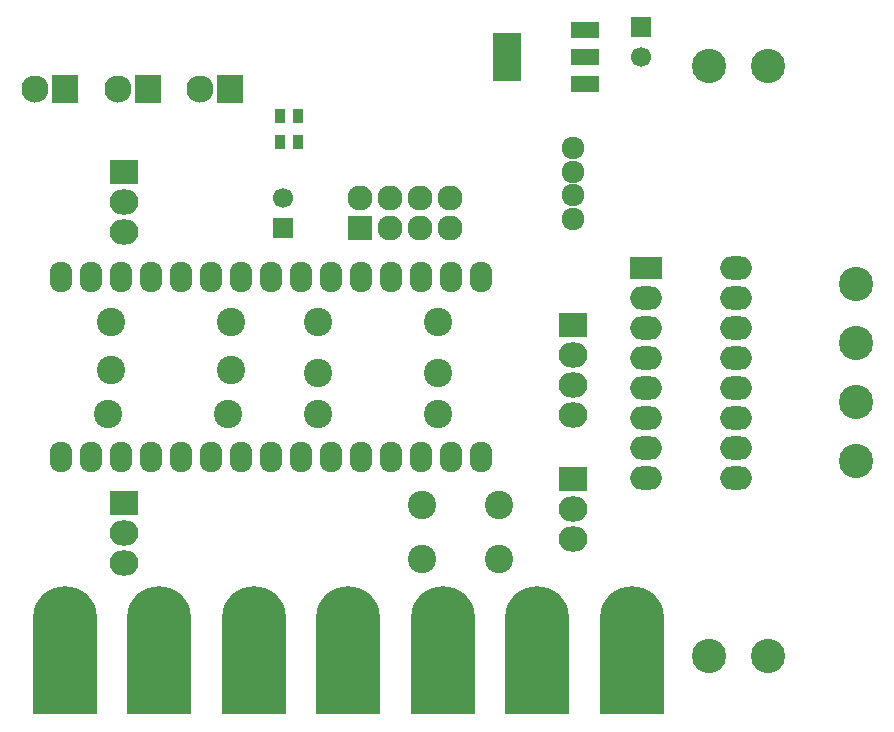
<source format=gts>
G04 #@! TF.FileFunction,Soldermask,Top*
%FSLAX46Y46*%
G04 Gerber Fmt 4.6, Leading zero omitted, Abs format (unit mm)*
G04 Created by KiCad (PCBNEW 4.0.3-stable) date 01/10/17 16:40:44*
%MOMM*%
%LPD*%
G01*
G04 APERTURE LIST*
%ADD10C,0.100000*%
%ADD11O,1.924000X2.599640*%
%ADD12O,1.924000X2.597100*%
%ADD13R,2.432000X2.127200*%
%ADD14O,2.432000X2.127200*%
%ADD15R,2.300000X2.400000*%
%ADD16C,2.300000*%
%ADD17C,5.400000*%
%ADD18R,5.400000X8.400000*%
%ADD19C,2.900000*%
%ADD20C,2.398980*%
%ADD21R,2.686000X1.974800*%
%ADD22O,2.686000X1.974800*%
%ADD23C,1.924000*%
%ADD24R,1.700000X1.700000*%
%ADD25C,1.700000*%
%ADD26R,0.900000X1.300000*%
%ADD27R,2.432000X4.057600*%
%ADD28R,2.432000X1.416000*%
%ADD29R,2.127200X2.127200*%
%ADD30O,2.127200X2.127200*%
G04 APERTURE END LIST*
D10*
D11*
X81260500Y-65910500D03*
X78720500Y-65910500D03*
X76180500Y-65910500D03*
X73640500Y-65910500D03*
X71100500Y-65910500D03*
X68560500Y-65910500D03*
X66020500Y-65910500D03*
X63480500Y-65910500D03*
X60940500Y-65910500D03*
X58400500Y-65910500D03*
X55860500Y-65910500D03*
X53320500Y-65910500D03*
X50780500Y-65910500D03*
X48240500Y-65910500D03*
X45700500Y-65910500D03*
X45700500Y-81150500D03*
X48240500Y-81150500D03*
X50780500Y-81150500D03*
X53320500Y-81150500D03*
D12*
X55860500Y-81150500D03*
X58400500Y-81150500D03*
X60940500Y-81150500D03*
X63480500Y-81150500D03*
X66020500Y-81150500D03*
X68560500Y-81150500D03*
X71100500Y-81150500D03*
X73640500Y-81150500D03*
X76180500Y-81150500D03*
X78720500Y-81150500D03*
X81260500Y-81150500D03*
D13*
X51000000Y-85000000D03*
D14*
X51000000Y-87540000D03*
X51000000Y-90080000D03*
D15*
X46000000Y-50000000D03*
D16*
X43460000Y-50000000D03*
D15*
X53000000Y-50000000D03*
D16*
X50460000Y-50000000D03*
D15*
X60000000Y-50000000D03*
D16*
X57460000Y-50000000D03*
D17*
X70000000Y-94750000D03*
D18*
X70000000Y-98750000D03*
X70000000Y-98750000D03*
D17*
X94000000Y-94750000D03*
D18*
X94000000Y-98750000D03*
X94000000Y-98750000D03*
D17*
X54000000Y-94750000D03*
D18*
X54000000Y-98750000D03*
X54000000Y-98750000D03*
D17*
X62000000Y-94750000D03*
D18*
X62000000Y-98750000D03*
X62000000Y-98750000D03*
D17*
X86000000Y-94750000D03*
D18*
X86000000Y-98750000D03*
X86000000Y-98750000D03*
D17*
X78000000Y-94750000D03*
D18*
X78000000Y-98750000D03*
X78000000Y-98750000D03*
D17*
X46000000Y-94750000D03*
D18*
X46000000Y-98750000D03*
X46000000Y-98750000D03*
D13*
X89000000Y-83000000D03*
D14*
X89000000Y-85540000D03*
X89000000Y-88080000D03*
D13*
X89000000Y-70000000D03*
D14*
X89000000Y-72540000D03*
X89000000Y-75080000D03*
X89000000Y-77620000D03*
D19*
X105500000Y-48000000D03*
X100500000Y-48000000D03*
X100500000Y-98000000D03*
X105500000Y-98000000D03*
D20*
X77580000Y-77500000D03*
X67420000Y-77500000D03*
X60080000Y-69750000D03*
X49920000Y-69750000D03*
X60080000Y-73750000D03*
X49920000Y-73750000D03*
X59830000Y-77500000D03*
X49670000Y-77500000D03*
X67420000Y-74000000D03*
X77580000Y-74000000D03*
X67420000Y-69750000D03*
X77580000Y-69750000D03*
X82751200Y-85249560D03*
X76248800Y-89750440D03*
X82751200Y-89750440D03*
X76248800Y-85249560D03*
D13*
X51000000Y-57000000D03*
D14*
X51000000Y-59540000D03*
X51000000Y-62080000D03*
D21*
X95190000Y-65110000D03*
D22*
X95190000Y-67650000D03*
X95190000Y-70190000D03*
X95190000Y-72730000D03*
X95190000Y-75270000D03*
X95190000Y-77810000D03*
X95190000Y-80350000D03*
X95190000Y-82890000D03*
X102810000Y-82890000D03*
X102810000Y-80350000D03*
X102810000Y-77810000D03*
X102810000Y-75270000D03*
X102810000Y-72730000D03*
X102810000Y-70190000D03*
X102810000Y-67650000D03*
X102810000Y-65110000D03*
D19*
X113000000Y-66500000D03*
X113000000Y-71500000D03*
X113000000Y-81500000D03*
X113000000Y-76500000D03*
D23*
X89000000Y-55000000D03*
X89000000Y-57000000D03*
X89000000Y-59000000D03*
X89000000Y-61000000D03*
D24*
X64500000Y-61750000D03*
D25*
X64500000Y-59250000D03*
D24*
X94750000Y-44750000D03*
D25*
X94750000Y-47250000D03*
D26*
X65750000Y-52250000D03*
X64250000Y-52250000D03*
X64250000Y-54500000D03*
X65750000Y-54500000D03*
D27*
X83448000Y-47250000D03*
D28*
X90052000Y-47250000D03*
X90052000Y-44964000D03*
X90052000Y-49536000D03*
D29*
X71000000Y-61750000D03*
D30*
X71000000Y-59210000D03*
X73540000Y-61750000D03*
X73540000Y-59210000D03*
X76080000Y-61750000D03*
X76080000Y-59210000D03*
X78620000Y-61750000D03*
X78620000Y-59210000D03*
M02*

</source>
